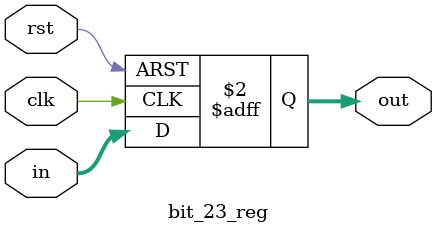
<source format=v>
module bit_23_reg (in , clk , rst , out);
input [22:0]in;
input clk;
input rst;
output reg [22:0]out;
always@(posedge rst or posedge clk)
begin
    if(rst)
        out <= 23'b 0000_0000_0000_0000_0000_000;
    else
        out <= in;
end
endmodule
</source>
